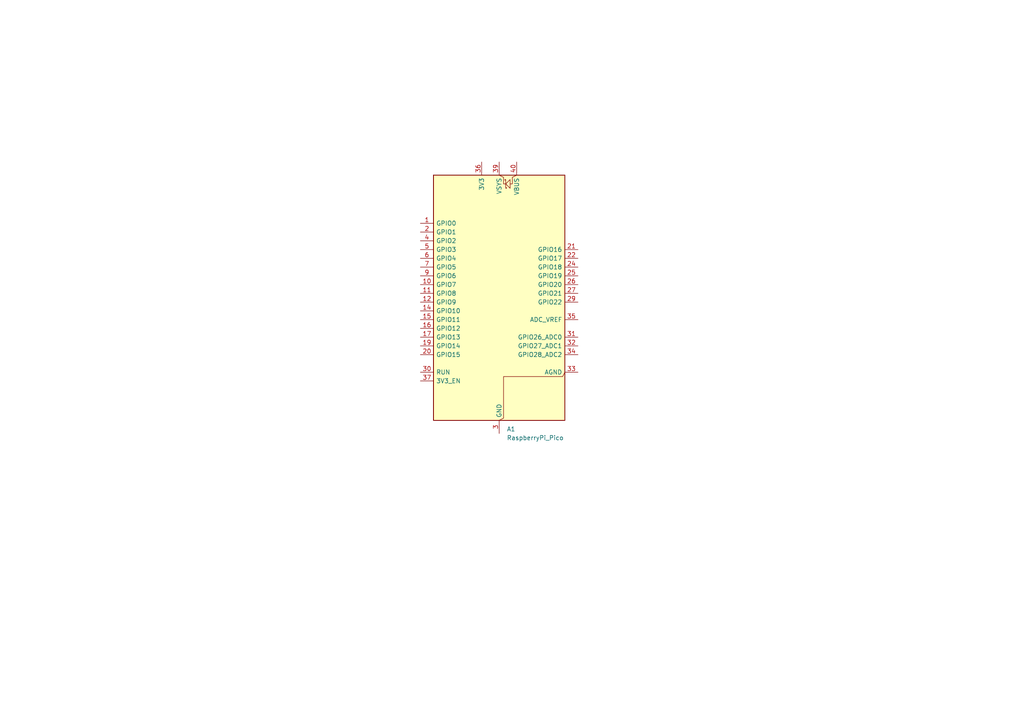
<source format=kicad_sch>
(kicad_sch (version 20231120) (generator "eeschema") (generator_version "8.0")
  (paper "A4")
  (lib_symbols
    (symbol "MCU_Module_RaspberryPi_Pico:RaspberryPi_Pico" (pin_names (offset 0.762))
      (property "Reference" "A" (at -19.05 38.1 0))
      (property "Value" "RaspberryPi_Pico" (at 7.62 38.1 0))
      (symbol "RaspberryPi_Pico_0_1"
        (rectangle (start -19.05 36.83) (end 19.05 -34.29) (stroke (width 0.254)) (fill (type background)))
        (polyline (pts (xy 0 36.83) (xy 1.27 36.195) (xy 1.27 34.29) (xy 1.905 34.29)))
        (polyline (pts (xy 1.905 34.29) (xy 3.175 35.56) (xy 3.175 33.02) (xy 1.905 34.29)))
        (polyline (pts (xy 5.08 36.83) (xy 3.81 36.195) (xy 3.81 34.29) (xy 3.175 34.29)))
        (polyline (pts (xy 0 -34.29) (xy 1.27 -33.655) (xy 1.27 -21.59) (xy 18.415 -21.59) (xy 19.05 -20.32)))
        (polyline (pts (xy 1.651 35.306) (xy 1.651 35.56) (xy 1.905 35.56) (xy 1.905 33.02) (xy 2.159 33.02) (xy 2.159 33.274)))
      )
      (symbol "RaspberryPi_Pico_1_1"
        (pin bidirectional line (at -22.86 22.86 0) (length 3.81) (name "GPIO0") (number "1"))
        (pin bidirectional line (at -22.86 5.08 0) (length 3.81) (name "GPIO7") (number "10"))
        (pin bidirectional line (at -22.86 2.54 0) (length 3.81) (name "GPIO8") (number "11"))
        (pin bidirectional line (at -22.86 0 0) (length 3.81) (name "GPIO9") (number "12"))
        (pin passive line (at 0 -38.1 90) (length 3.81) hide (name "GND") (number "13"))
        (pin bidirectional line (at -22.86 -2.54 0) (length 3.81) (name "GPIO10") (number "14"))
        (pin bidirectional line (at -22.86 -5.08 0) (length 3.81) (name "GPIO11") (number "15"))
        (pin bidirectional line (at -22.86 -7.62 0) (length 3.81) (name "GPIO12") (number "16"))
        (pin bidirectional line (at -22.86 -10.16 0) (length 3.81) (name "GPIO13") (number "17"))
        (pin passive line (at 0 -38.1 90) (length 3.81) hide (name "GND") (number "18"))
        (pin bidirectional line (at -22.86 -12.7 0) (length 3.81) (name "GPIO14") (number "19"))
        (pin bidirectional line (at -22.86 20.32 0) (length 3.81) (name "GPIO1") (number "2"))
        (pin bidirectional line (at -22.86 -15.24 0) (length 3.81) (name "GPIO15") (number "20"))
        (pin bidirectional line (at 22.86 15.24 180) (length 3.81) (name "GPIO16") (number "21"))
        (pin bidirectional line (at 22.86 12.7 180) (length 3.81) (name "GPIO17") (number "22"))
        (pin passive line (at 0 -38.1 90) (length 3.81) hide (name "GND") (number "23"))
        (pin bidirectional line (at 22.86 10.16 180) (length 3.81) (name "GPIO18") (number "24"))
        (pin bidirectional line (at 22.86 7.62 180) (length 3.81) (name "GPIO19") (number "25"))
        (pin bidirectional line (at 22.86 5.08 180) (length 3.81) (name "GPIO20") (number "26"))
        (pin bidirectional line (at 22.86 2.54 180) (length 3.81) (name "GPIO21") (number "27"))
        (pin passive line (at 0 -38.1 90) (length 3.81) hide (name "GND") (number "28"))
        (pin bidirectional line (at 22.86 0 180) (length 3.81) (name "GPIO22") (number "29"))
        (pin power_out line (at 0 -38.1 90) (length 3.81) (name "GND") (number "3"))
        (pin input line (at -22.86 -20.32 0) (length 3.81) (name "RUN") (number "30"))
        (pin bidirectional line (at 22.86 -10.16 180) (length 3.81) (name "GPIO26_ADC0") (number "31"))
        (pin bidirectional line (at 22.86 -12.7 180) (length 3.81) (name "GPIO27_ADC1") (number "32"))
        (pin power_out line (at 22.86 -20.32 180) (length 3.81) (name "AGND") (number "33"))
        (pin bidirectional line (at 22.86 -15.24 180) (length 3.81) (name "GPIO28_ADC2") (number "34"))
        (pin power_in line (at 22.86 -5.08 180) (length 3.81) (name "ADC_VREF") (number "35"))
        (pin power_out line (at -5.08 40.64 270) (length 3.81) (name "3V3") (number "36"))
        (pin input line (at -22.86 -22.86 0) (length 3.81) (name "3V3_EN") (number "37"))
        (pin passive line (at 0 -38.1 90) (length 3.81) hide (name "GND") (number "38"))
        (pin power_in line (at 0 40.64 270) (length 3.81) (name "VSYS") (number "39"))
        (pin bidirectional line (at -22.86 17.78 0) (length 3.81) (name "GPIO2") (number "4"))
        (pin power_out line (at 5.08 40.64 270) (length 3.81) (name "VBUS") (number "40"))
        (pin bidirectional line (at -22.86 15.24 0) (length 3.81) (name "GPIO3") (number "5"))
        (pin bidirectional line (at -22.86 12.7 0) (length 3.81) (name "GPIO4") (number "6"))
        (pin bidirectional line (at -22.86 10.16 0) (length 3.81) (name "GPIO5") (number "7"))
        (pin passive line (at 0 -38.1 90) (length 3.81) hide (name "GND") (number "8"))
        (pin bidirectional line (at -22.86 7.62 0) (length 3.81) (name "GPIO6") (number "9"))
      )
    )
  )
  (symbol (lib_id "MCU_Module_RaspberryPi_Pico:RaspberryPi_Pico") (at 144.78 87.63 0) (unit 1)
    (property "Reference" "A1" (at 146.9741 124.46 0) (effects (justify left)))
    (property "Value" "RaspberryPi_Pico" (at 146.9741 127 0) (effects (justify left)))
    (property "Footprint" "Module_RaspberryPi_Pico:RaspberryPi_Pico_Common" (effects (hide yes)))
    (property "Datasheet" "https://datasheets.raspberrypi.com/pico/pico-datasheet.pdf" (effects (hide yes)))
    (property "Description" "Versatile and inexpensive microcontroller module powered by RP2040 dual-core Arm Cortex-M0+ processor up to 133 MHz, 264kB SRAM, 2MB QSPI flash" (effects (hide yes)))
  )
)
</source>
